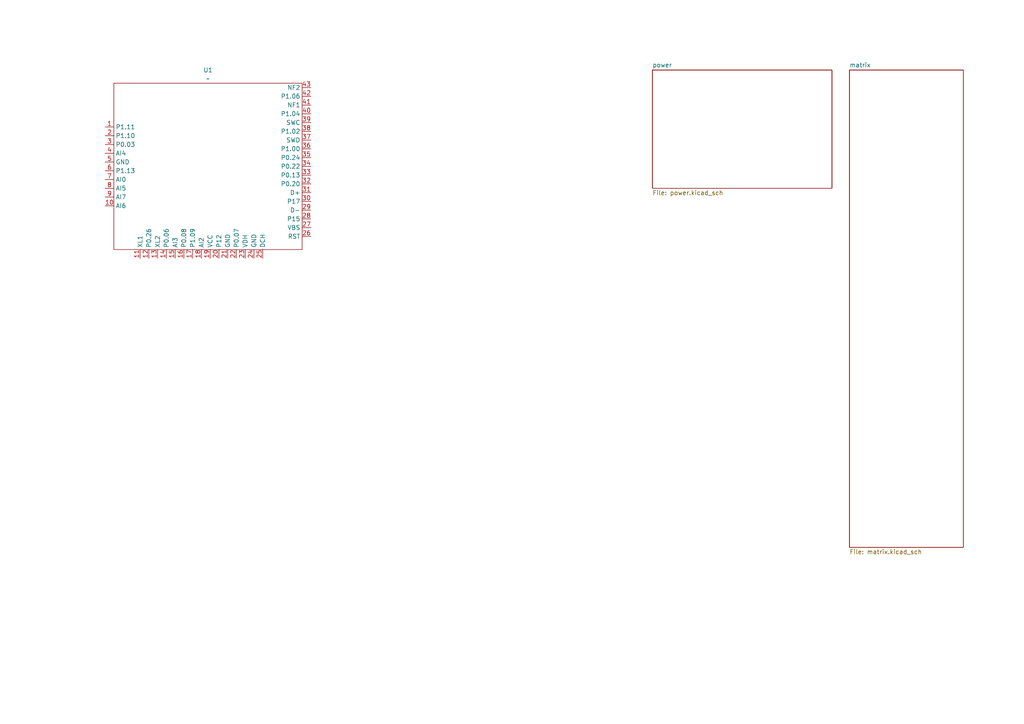
<source format=kicad_sch>
(kicad_sch (version 20231120) (generator "eeschema") (generator_version "8.0")
  (paper "A4")
  (title_block (title "rmk-ble-keyboard") (date "2024-05-03") (rev "0"))
  (lib_symbols
    (symbol "E73_2G4M08S1C:E73-2G4M08S1C"
      (property "Reference" "U?" (at 0 0 0))
      (symbol "E73-2G4M08S1C_1_0"
        (rectangle (start -27.94 -22.86) (end 26.67 25.4))
        (pin unspecified line (at -30.48 12.7 0) (length 2.54) (name "P1.11") (number "1"))
        (pin unspecified line (at -30.48 -10.16 0) (length 2.54) (name "AI6") (number "10"))
        (pin unspecified line (at -20.32 -25.4 90) (length 2.54) (name "XL1") (number "11"))
        (pin unspecified line (at -17.78 -25.4 90) (length 2.54) (name "P0.26") (number "12"))
        (pin unspecified line (at -15.24 -25.4 90) (length 2.54) (name "XL2") (number "13"))
        (pin unspecified line (at -12.7 -25.4 90) (length 2.54) (name "P0.06") (number "14"))
        (pin unspecified line (at -10.16 -25.4 90) (length 2.54) (name "AI3") (number "15"))
        (pin unspecified line (at -7.62 -25.4 90) (length 2.54) (name "P0.08") (number "16"))
        (pin unspecified line (at -5.08 -25.4 90) (length 2.54) (name "P1.09") (number "17"))
        (pin unspecified line (at -2.54 -25.4 90) (length 2.54) (name "AI2") (number "18"))
        (pin unspecified line (at 0 -25.4 90) (length 2.54) (name "VCC") (number "19"))
        (pin unspecified line (at -30.48 10.16 0) (length 2.54) (name "P1.10") (number "2"))
        (pin unspecified line (at 2.54 -25.4 90) (length 2.54) (name "P12") (number "20"))
        (pin unspecified line (at 5.08 -25.4 90) (length 2.54) (name "GND") (number "21"))
        (pin unspecified line (at 7.62 -25.4 90) (length 2.54) (name "P0.07") (number "22"))
        (pin unspecified line (at 10.16 -25.4 90) (length 2.54) (name "VDH") (number "23"))
        (pin unspecified line (at 12.7 -25.4 90) (length 2.54) (name "GND") (number "24"))
        (pin unspecified line (at 15.24 -25.4 90) (length 2.54) (name "DCH") (number "25"))
        (pin unspecified line (at 29.21 -19.05 180) (length 2.54) (name "RST") (number "26"))
        (pin unspecified line (at 29.21 -16.51 180) (length 2.54) (name "VBS") (number "27"))
        (pin unspecified line (at 29.21 -13.97 180) (length 2.54) (name "P15") (number "28"))
        (pin unspecified line (at 29.21 -11.43 180) (length 2.54) (name "D-") (number "29"))
        (pin unspecified line (at -30.48 7.62 0) (length 2.54) (name "P0.03") (number "3"))
        (pin unspecified line (at 29.21 -8.89 180) (length 2.54) (name "P17") (number "30"))
        (pin unspecified line (at 29.21 -6.35 180) (length 2.54) (name "D+") (number "31"))
        (pin unspecified line (at 29.21 -3.81 180) (length 2.54) (name "P0.20") (number "32"))
        (pin unspecified line (at 29.21 -1.27 180) (length 2.54) (name "P0.13") (number "33"))
        (pin unspecified line (at 29.21 1.27 180) (length 2.54) (name "P0.22") (number "34"))
        (pin unspecified line (at 29.21 3.81 180) (length 2.54) (name "P0.24") (number "35"))
        (pin unspecified line (at 29.21 6.35 180) (length 2.54) (name "P1.00") (number "36"))
        (pin unspecified line (at 29.21 8.89 180) (length 2.54) (name "SWD") (number "37"))
        (pin unspecified line (at 29.21 11.43 180) (length 2.54) (name "P1.02") (number "38"))
        (pin unspecified line (at 29.21 13.97 180) (length 2.54) (name "SWC") (number "39"))
        (pin unspecified line (at -30.48 5.08 0) (length 2.54) (name "AI4") (number "4"))
        (pin unspecified line (at 29.21 16.51 180) (length 2.54) (name "P1.04") (number "40"))
        (pin unspecified line (at 29.21 19.05 180) (length 2.54) (name "NF1") (number "41"))
        (pin unspecified line (at 29.21 21.59 180) (length 2.54) (name "P1.06") (number "42"))
        (pin unspecified line (at 29.21 24.13 180) (length 2.54) (name "NF2") (number "43"))
        (pin unspecified line (at -30.48 2.54 0) (length 2.54) (name "GND") (number "5"))
        (pin unspecified line (at -30.48 0 0) (length 2.54) (name "P1.13") (number "6"))
        (pin unspecified line (at -30.48 -2.54 0) (length 2.54) (name "AI0") (number "7"))
        (pin unspecified line (at -30.48 -5.08 0) (length 2.54) (name "AI5") (number "8"))
        (pin unspecified line (at -30.48 -7.62 0) (length 2.54) (name "AI7") (number "9"))
      )
    )
  )
  (symbol (lib_id "E73_2G4M08S1C:E73-2G4M08S1C") (at 60.96 49.53 0) (unit 1)
    (property "Reference" "U1" (at 60.325 20.32 0))
    (property "Value" "~" (at 60.325 22.86 0))
    (property "Footprint" "E73_2G4M08S1C:E73(2G4M08S1C)" (effects (hide yes)))
  )
  (sheet (at 246.38 20.32) (size 33.02 138.43) (stroke (width 0.1524))
    (property "Sheetname" "matrix" (at 246.38 19.6084 0) (effects (justify left bottom)))
    (property "Sheetfile" "matrix.kicad_sch" (at 246.38 159.3346 0) (effects (justify left top)))
  )
  (sheet (at 189.23 20.32) (size 52.07 34.29) (stroke (width 0.1524))
    (property "Sheetname" "power" (at 189.23 19.6084 0) (effects (justify left bottom)))
    (property "Sheetfile" "power.kicad_sch" (at 189.23 55.1946 0) (effects (justify left top)))
  )
)
</source>
